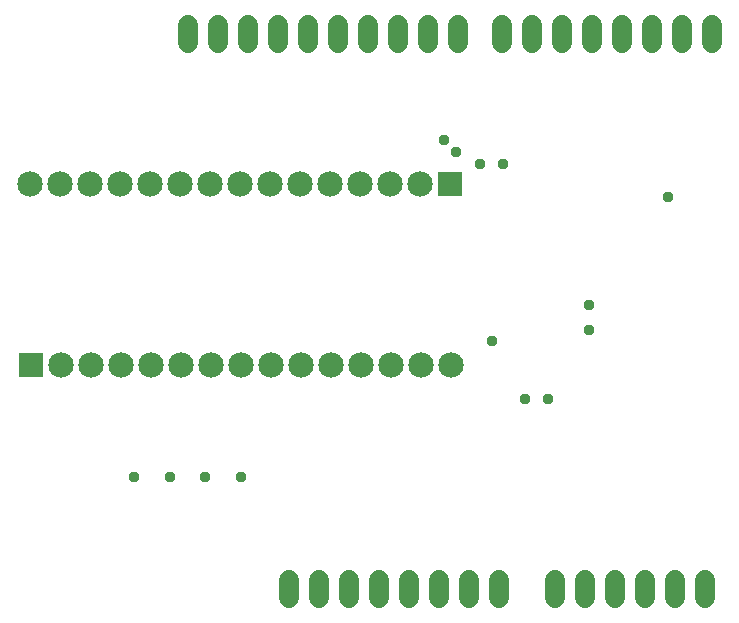
<source format=gbs>
G04 EAGLE Gerber RS-274X export*
G75*
%MOMM*%
%FSLAX34Y34*%
%LPD*%
%INSoldermask Bottom*%
%IPPOS*%
%AMOC8*
5,1,8,0,0,1.08239X$1,22.5*%
G01*
%ADD10C,1.727200*%
%ADD11R,2.153200X2.153200*%
%ADD12C,2.153200*%
%ADD13C,0.959600*%


D10*
X638900Y492380D02*
X638900Y507620D01*
X613500Y507620D02*
X613500Y492380D01*
X588100Y492380D02*
X588100Y507620D01*
X562700Y507620D02*
X562700Y492380D01*
X537300Y492380D02*
X537300Y507620D01*
X511900Y507620D02*
X511900Y492380D01*
X486500Y492380D02*
X486500Y507620D01*
X461100Y507620D02*
X461100Y492380D01*
X424300Y492380D02*
X424300Y507620D01*
X398900Y507620D02*
X398900Y492380D01*
X373500Y492380D02*
X373500Y507620D01*
X348100Y507620D02*
X348100Y492380D01*
X322700Y492380D02*
X322700Y507620D01*
X297300Y507620D02*
X297300Y492380D01*
X271900Y492380D02*
X271900Y507620D01*
X246500Y507620D02*
X246500Y492380D01*
X221100Y492380D02*
X221100Y507620D01*
X195700Y507620D02*
X195700Y492380D01*
X506500Y37620D02*
X506500Y22380D01*
X531900Y22380D02*
X531900Y37620D01*
X557300Y37620D02*
X557300Y22380D01*
X582700Y22380D02*
X582700Y37620D01*
X608100Y37620D02*
X608100Y22380D01*
X633500Y22380D02*
X633500Y37620D01*
X458900Y37620D02*
X458900Y22380D01*
X433500Y22380D02*
X433500Y37620D01*
X408100Y37620D02*
X408100Y22380D01*
X382700Y22380D02*
X382700Y37620D01*
X357300Y37620D02*
X357300Y22380D01*
X331900Y22380D02*
X331900Y37620D01*
X306500Y37620D02*
X306500Y22380D01*
X281100Y22380D02*
X281100Y37620D01*
D11*
X417500Y372500D03*
D12*
X392100Y372500D03*
X366700Y372500D03*
X341300Y372500D03*
X315900Y372500D03*
X290500Y372500D03*
X265100Y372500D03*
X239700Y372500D03*
X214300Y372500D03*
X188900Y372500D03*
X163500Y372500D03*
X138100Y372500D03*
X112700Y372500D03*
X87300Y372500D03*
X61900Y372500D03*
D11*
X62500Y220000D03*
D12*
X87900Y220000D03*
X113300Y220000D03*
X138700Y220000D03*
X164100Y220000D03*
X189500Y220000D03*
X214900Y220000D03*
X240300Y220000D03*
X265700Y220000D03*
X291100Y220000D03*
X316500Y220000D03*
X341900Y220000D03*
X367300Y220000D03*
X392700Y220000D03*
X418100Y220000D03*
D13*
X462500Y390000D03*
X442500Y390000D03*
X422500Y400000D03*
X412500Y410000D03*
X150000Y125000D03*
X180000Y125000D03*
X210000Y125000D03*
X535000Y249500D03*
X481000Y190500D03*
X602000Y362000D03*
X500000Y190500D03*
X535000Y270000D03*
X452500Y240000D03*
X240000Y125000D03*
M02*

</source>
